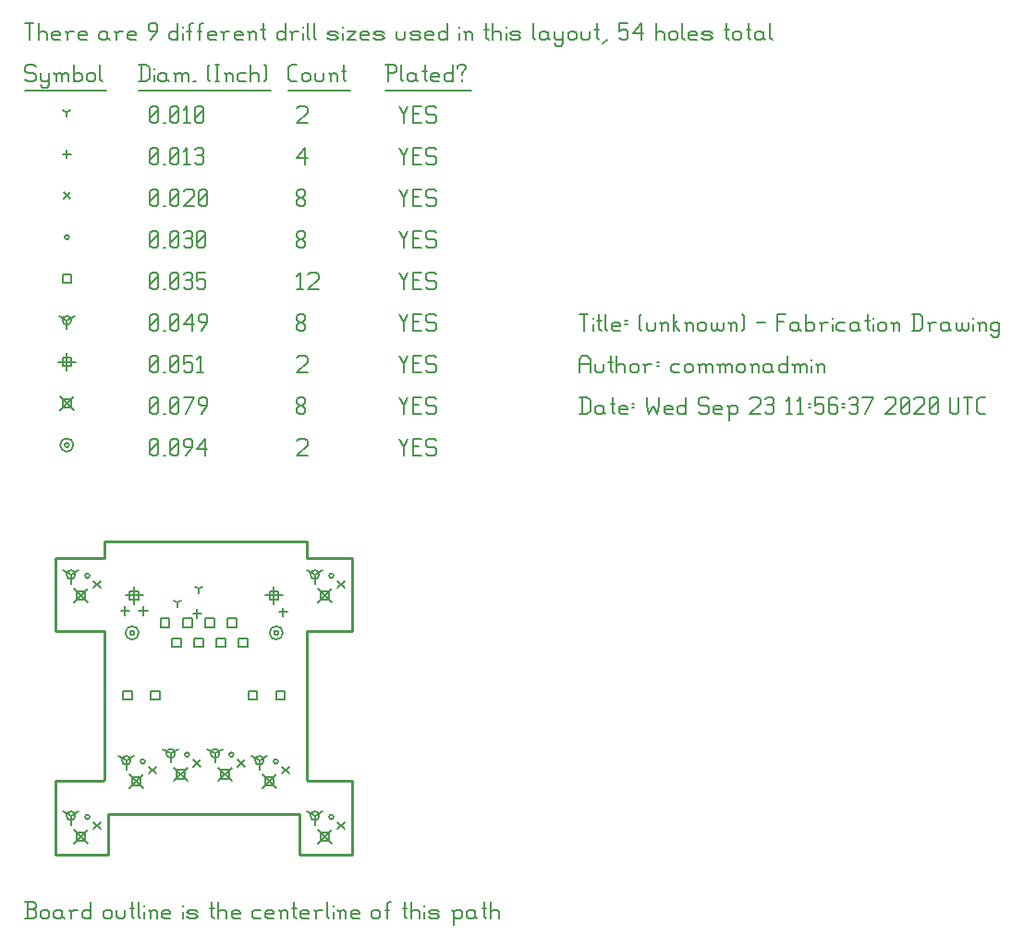
<source format=gbr>
G04 start of page 14 for group -3984 idx -3984 *
G04 Title: (unknown), fab *
G04 Creator: pcb 4.2.0 *
G04 CreationDate: Wed Sep 23 11:56:37 2020 UTC *
G04 For: commonadmin *
G04 Format: Gerber/RS-274X *
G04 PCB-Dimensions (mil): 1250.00 1500.00 *
G04 PCB-Coordinate-Origin: lower left *
%MOIN*%
%FSLAX25Y25*%
%LNFAB*%
%ADD117C,0.0100*%
%ADD116C,0.0075*%
%ADD115C,0.0060*%
%ADD114C,0.0080*%
G54D114*X37731Y93500D02*G75*G03X39331Y93500I800J0D01*G01*
G75*G03X37731Y93500I-800J0D01*G01*
X36131D02*G75*G03X40931Y93500I2400J0D01*G01*
G75*G03X36131Y93500I-2400J0D01*G01*
X89700D02*G75*G03X91300Y93500I800J0D01*G01*
G75*G03X89700Y93500I-800J0D01*G01*
X88100D02*G75*G03X92900Y93500I2400J0D01*G01*
G75*G03X88100Y93500I-2400J0D01*G01*
X14200Y161250D02*G75*G03X15800Y161250I800J0D01*G01*
G75*G03X14200Y161250I-800J0D01*G01*
X12600D02*G75*G03X17400Y161250I2400J0D01*G01*
G75*G03X12600Y161250I-2400J0D01*G01*
G54D115*X135000Y163500D02*X136500Y160500D01*
X138000Y163500D01*
X136500Y160500D02*Y157500D01*
X139800Y160800D02*X142050D01*
X139800Y157500D02*X142800D01*
X139800Y163500D02*Y157500D01*
Y163500D02*X142800D01*
X147600D02*X148350Y162750D01*
X145350Y163500D02*X147600D01*
X144600Y162750D02*X145350Y163500D01*
X144600Y162750D02*Y161250D01*
X145350Y160500D01*
X147600D01*
X148350Y159750D01*
Y158250D01*
X147600Y157500D02*X148350Y158250D01*
X145350Y157500D02*X147600D01*
X144600Y158250D02*X145350Y157500D01*
X98000Y162750D02*X98750Y163500D01*
X101000D01*
X101750Y162750D01*
Y161250D01*
X98000Y157500D02*X101750Y161250D01*
X98000Y157500D02*X101750D01*
X45000Y158250D02*X45750Y157500D01*
X45000Y162750D02*Y158250D01*
Y162750D02*X45750Y163500D01*
X47250D01*
X48000Y162750D01*
Y158250D01*
X47250Y157500D02*X48000Y158250D01*
X45750Y157500D02*X47250D01*
X45000Y159000D02*X48000Y162000D01*
X49800Y157500D02*X50550D01*
X52350Y158250D02*X53100Y157500D01*
X52350Y162750D02*Y158250D01*
Y162750D02*X53100Y163500D01*
X54600D01*
X55350Y162750D01*
Y158250D01*
X54600Y157500D02*X55350Y158250D01*
X53100Y157500D02*X54600D01*
X52350Y159000D02*X55350Y162000D01*
X57900Y157500D02*X60150Y160500D01*
Y162750D02*Y160500D01*
X59400Y163500D02*X60150Y162750D01*
X57900Y163500D02*X59400D01*
X57150Y162750D02*X57900Y163500D01*
X57150Y162750D02*Y161250D01*
X57900Y160500D01*
X60150D01*
X61950Y159750D02*X64950Y163500D01*
X61950Y159750D02*X65700D01*
X64950Y163500D02*Y157500D01*
X17600Y22400D02*X22400Y17600D01*
X17600D02*X22400Y22400D01*
X18400Y21600D02*X21600D01*
X18400D02*Y18400D01*
X21600D01*
Y21600D02*Y18400D01*
X105600Y22400D02*X110400Y17600D01*
X105600D02*X110400Y22400D01*
X106400Y21600D02*X109600D01*
X106400D02*Y18400D01*
X109600D01*
Y21600D02*Y18400D01*
X69600Y44900D02*X74400Y40100D01*
X69600D02*X74400Y44900D01*
X70400Y44100D02*X73600D01*
X70400D02*Y40900D01*
X73600D01*
Y44100D02*Y40900D01*
X85600Y42400D02*X90400Y37600D01*
X85600D02*X90400Y42400D01*
X86400Y41600D02*X89600D01*
X86400D02*Y38400D01*
X89600D01*
Y41600D02*Y38400D01*
X53600Y44900D02*X58400Y40100D01*
X53600D02*X58400Y44900D01*
X54400Y44100D02*X57600D01*
X54400D02*Y40900D01*
X57600D01*
Y44100D02*Y40900D01*
X37600Y42400D02*X42400Y37600D01*
X37600D02*X42400Y42400D01*
X38400Y41600D02*X41600D01*
X38400D02*Y38400D01*
X41600D01*
Y41600D02*Y38400D01*
X105600Y109400D02*X110400Y104600D01*
X105600D02*X110400Y109400D01*
X106400Y108600D02*X109600D01*
X106400D02*Y105400D01*
X109600D01*
Y108600D02*Y105400D01*
X17600Y109400D02*X22400Y104600D01*
X17600D02*X22400Y109400D01*
X18400Y108600D02*X21600D01*
X18400D02*Y105400D01*
X21600D01*
Y108600D02*Y105400D01*
X12600Y178650D02*X17400Y173850D01*
X12600D02*X17400Y178650D01*
X13400Y177850D02*X16600D01*
X13400D02*Y174650D01*
X16600D01*
Y177850D02*Y174650D01*
X135000Y178500D02*X136500Y175500D01*
X138000Y178500D01*
X136500Y175500D02*Y172500D01*
X139800Y175800D02*X142050D01*
X139800Y172500D02*X142800D01*
X139800Y178500D02*Y172500D01*
Y178500D02*X142800D01*
X147600D02*X148350Y177750D01*
X145350Y178500D02*X147600D01*
X144600Y177750D02*X145350Y178500D01*
X144600Y177750D02*Y176250D01*
X145350Y175500D01*
X147600D01*
X148350Y174750D01*
Y173250D01*
X147600Y172500D02*X148350Y173250D01*
X145350Y172500D02*X147600D01*
X144600Y173250D02*X145350Y172500D01*
X98000Y173250D02*X98750Y172500D01*
X98000Y174450D02*Y173250D01*
Y174450D02*X99050Y175500D01*
X99950D01*
X101000Y174450D01*
Y173250D01*
X100250Y172500D02*X101000Y173250D01*
X98750Y172500D02*X100250D01*
X98000Y176550D02*X99050Y175500D01*
X98000Y177750D02*Y176550D01*
Y177750D02*X98750Y178500D01*
X100250D01*
X101000Y177750D01*
Y176550D01*
X99950Y175500D02*X101000Y176550D01*
X45000Y173250D02*X45750Y172500D01*
X45000Y177750D02*Y173250D01*
Y177750D02*X45750Y178500D01*
X47250D01*
X48000Y177750D01*
Y173250D01*
X47250Y172500D02*X48000Y173250D01*
X45750Y172500D02*X47250D01*
X45000Y174000D02*X48000Y177000D01*
X49800Y172500D02*X50550D01*
X52350Y173250D02*X53100Y172500D01*
X52350Y177750D02*Y173250D01*
Y177750D02*X53100Y178500D01*
X54600D01*
X55350Y177750D01*
Y173250D01*
X54600Y172500D02*X55350Y173250D01*
X53100Y172500D02*X54600D01*
X52350Y174000D02*X55350Y177000D01*
X57900Y172500D02*X60900Y178500D01*
X57150D02*X60900D01*
X63450Y172500D02*X65700Y175500D01*
Y177750D02*Y175500D01*
X64950Y178500D02*X65700Y177750D01*
X63450Y178500D02*X64950D01*
X62700Y177750D02*X63450Y178500D01*
X62700Y177750D02*Y176250D01*
X63450Y175500D01*
X65700D01*
X89713Y110204D02*Y103804D01*
X86513Y107004D02*X92913D01*
X88113Y108604D02*X91313D01*
X88113D02*Y105404D01*
X91313D01*
Y108604D02*Y105404D01*
X39319Y110204D02*Y103804D01*
X36119Y107004D02*X42519D01*
X37719Y108604D02*X40919D01*
X37719D02*Y105404D01*
X40919D01*
Y108604D02*Y105404D01*
X15000Y194450D02*Y188050D01*
X11800Y191250D02*X18200D01*
X13400Y192850D02*X16600D01*
X13400D02*Y189650D01*
X16600D01*
Y192850D02*Y189650D01*
X135000Y193500D02*X136500Y190500D01*
X138000Y193500D01*
X136500Y190500D02*Y187500D01*
X139800Y190800D02*X142050D01*
X139800Y187500D02*X142800D01*
X139800Y193500D02*Y187500D01*
Y193500D02*X142800D01*
X147600D02*X148350Y192750D01*
X145350Y193500D02*X147600D01*
X144600Y192750D02*X145350Y193500D01*
X144600Y192750D02*Y191250D01*
X145350Y190500D01*
X147600D01*
X148350Y189750D01*
Y188250D01*
X147600Y187500D02*X148350Y188250D01*
X145350Y187500D02*X147600D01*
X144600Y188250D02*X145350Y187500D01*
X98000Y192750D02*X98750Y193500D01*
X101000D01*
X101750Y192750D01*
Y191250D01*
X98000Y187500D02*X101750Y191250D01*
X98000Y187500D02*X101750D01*
X45000Y188250D02*X45750Y187500D01*
X45000Y192750D02*Y188250D01*
Y192750D02*X45750Y193500D01*
X47250D01*
X48000Y192750D01*
Y188250D01*
X47250Y187500D02*X48000Y188250D01*
X45750Y187500D02*X47250D01*
X45000Y189000D02*X48000Y192000D01*
X49800Y187500D02*X50550D01*
X52350Y188250D02*X53100Y187500D01*
X52350Y192750D02*Y188250D01*
Y192750D02*X53100Y193500D01*
X54600D01*
X55350Y192750D01*
Y188250D01*
X54600Y187500D02*X55350Y188250D01*
X53100Y187500D02*X54600D01*
X52350Y189000D02*X55350Y192000D01*
X57150Y193500D02*X60150D01*
X57150D02*Y190500D01*
X57900Y191250D01*
X59400D01*
X60150Y190500D01*
Y188250D01*
X59400Y187500D02*X60150Y188250D01*
X57900Y187500D02*X59400D01*
X57150Y188250D02*X57900Y187500D01*
X61950Y192300D02*X63150Y193500D01*
Y187500D01*
X61950D02*X64200D01*
X16457Y27480D02*Y24280D01*
Y27480D02*X19230Y29080D01*
X16457Y27480D02*X13683Y29080D01*
X14857Y27480D02*G75*G03X18057Y27480I1600J0D01*G01*
G75*G03X14857Y27480I-1600J0D01*G01*
X104457D02*Y24280D01*
Y27480D02*X107230Y29080D01*
X104457Y27480D02*X101683Y29080D01*
X102857Y27480D02*G75*G03X106057Y27480I1600J0D01*G01*
G75*G03X102857Y27480I-1600J0D01*G01*
X68457Y49980D02*Y46780D01*
Y49980D02*X71230Y51580D01*
X68457Y49980D02*X65683Y51580D01*
X66857Y49980D02*G75*G03X70057Y49980I1600J0D01*G01*
G75*G03X66857Y49980I-1600J0D01*G01*
X84457Y47480D02*Y44280D01*
Y47480D02*X87230Y49080D01*
X84457Y47480D02*X81683Y49080D01*
X82857Y47480D02*G75*G03X86057Y47480I1600J0D01*G01*
G75*G03X82857Y47480I-1600J0D01*G01*
X52457Y49980D02*Y46780D01*
Y49980D02*X55230Y51580D01*
X52457Y49980D02*X49683Y51580D01*
X50857Y49980D02*G75*G03X54057Y49980I1600J0D01*G01*
G75*G03X50857Y49980I-1600J0D01*G01*
X36457Y47480D02*Y44280D01*
Y47480D02*X39230Y49080D01*
X36457Y47480D02*X33683Y49080D01*
X34857Y47480D02*G75*G03X38057Y47480I1600J0D01*G01*
G75*G03X34857Y47480I-1600J0D01*G01*
X104457Y114480D02*Y111280D01*
Y114480D02*X107230Y116080D01*
X104457Y114480D02*X101683Y116080D01*
X102857Y114480D02*G75*G03X106057Y114480I1600J0D01*G01*
G75*G03X102857Y114480I-1600J0D01*G01*
X16457D02*Y111280D01*
Y114480D02*X19230Y116080D01*
X16457Y114480D02*X13683Y116080D01*
X14857Y114480D02*G75*G03X18057Y114480I1600J0D01*G01*
G75*G03X14857Y114480I-1600J0D01*G01*
X15000Y206250D02*Y203050D01*
Y206250D02*X17773Y207850D01*
X15000Y206250D02*X12227Y207850D01*
X13400Y206250D02*G75*G03X16600Y206250I1600J0D01*G01*
G75*G03X13400Y206250I-1600J0D01*G01*
X135000Y208500D02*X136500Y205500D01*
X138000Y208500D01*
X136500Y205500D02*Y202500D01*
X139800Y205800D02*X142050D01*
X139800Y202500D02*X142800D01*
X139800Y208500D02*Y202500D01*
Y208500D02*X142800D01*
X147600D02*X148350Y207750D01*
X145350Y208500D02*X147600D01*
X144600Y207750D02*X145350Y208500D01*
X144600Y207750D02*Y206250D01*
X145350Y205500D01*
X147600D01*
X148350Y204750D01*
Y203250D01*
X147600Y202500D02*X148350Y203250D01*
X145350Y202500D02*X147600D01*
X144600Y203250D02*X145350Y202500D01*
X98000Y203250D02*X98750Y202500D01*
X98000Y204450D02*Y203250D01*
Y204450D02*X99050Y205500D01*
X99950D01*
X101000Y204450D01*
Y203250D01*
X100250Y202500D02*X101000Y203250D01*
X98750Y202500D02*X100250D01*
X98000Y206550D02*X99050Y205500D01*
X98000Y207750D02*Y206550D01*
Y207750D02*X98750Y208500D01*
X100250D01*
X101000Y207750D01*
Y206550D01*
X99950Y205500D02*X101000Y206550D01*
X45000Y203250D02*X45750Y202500D01*
X45000Y207750D02*Y203250D01*
Y207750D02*X45750Y208500D01*
X47250D01*
X48000Y207750D01*
Y203250D01*
X47250Y202500D02*X48000Y203250D01*
X45750Y202500D02*X47250D01*
X45000Y204000D02*X48000Y207000D01*
X49800Y202500D02*X50550D01*
X52350Y203250D02*X53100Y202500D01*
X52350Y207750D02*Y203250D01*
Y207750D02*X53100Y208500D01*
X54600D01*
X55350Y207750D01*
Y203250D01*
X54600Y202500D02*X55350Y203250D01*
X53100Y202500D02*X54600D01*
X52350Y204000D02*X55350Y207000D01*
X57150Y204750D02*X60150Y208500D01*
X57150Y204750D02*X60900D01*
X60150Y208500D02*Y202500D01*
X63450D02*X65700Y205500D01*
Y207750D02*Y205500D01*
X64950Y208500D02*X65700Y207750D01*
X63450Y208500D02*X64950D01*
X62700Y207750D02*X63450Y208500D01*
X62700Y207750D02*Y206250D01*
X63450Y205500D01*
X65700D01*
X80435Y72620D02*X83635D01*
X80435D02*Y69420D01*
X83635D01*
Y72620D02*Y69420D01*
X90475Y72620D02*X93675D01*
X90475D02*Y69420D01*
X93675D01*
Y72620D02*Y69420D01*
X64924Y98643D02*X68124D01*
X64924D02*Y95443D01*
X68124D01*
Y98643D02*Y95443D01*
X72955Y98643D02*X76155D01*
X72955D02*Y95443D01*
X76155D01*
Y98643D02*Y95443D01*
X56892Y98643D02*X60092D01*
X56892D02*Y95443D01*
X60092D01*
Y98643D02*Y95443D01*
X48861Y98643D02*X52061D01*
X48861D02*Y95443D01*
X52061D01*
Y98643D02*Y95443D01*
X60908Y91557D02*X64108D01*
X60908D02*Y88357D01*
X64108D01*
Y91557D02*Y88357D01*
X52876Y91557D02*X56076D01*
X52876D02*Y88357D01*
X56076D01*
Y91557D02*Y88357D01*
X68939Y91557D02*X72139D01*
X68939D02*Y88357D01*
X72139D01*
Y91557D02*Y88357D01*
X76971Y91557D02*X80171D01*
X76971D02*Y88357D01*
X80171D01*
Y91557D02*Y88357D01*
X35357Y72620D02*X38557D01*
X35357D02*Y69420D01*
X38557D01*
Y72620D02*Y69420D01*
X45396Y72620D02*X48596D01*
X45396D02*Y69420D01*
X48596D01*
Y72620D02*Y69420D01*
X13400Y222850D02*X16600D01*
X13400D02*Y219650D01*
X16600D01*
Y222850D02*Y219650D01*
X135000Y223500D02*X136500Y220500D01*
X138000Y223500D01*
X136500Y220500D02*Y217500D01*
X139800Y220800D02*X142050D01*
X139800Y217500D02*X142800D01*
X139800Y223500D02*Y217500D01*
Y223500D02*X142800D01*
X147600D02*X148350Y222750D01*
X145350Y223500D02*X147600D01*
X144600Y222750D02*X145350Y223500D01*
X144600Y222750D02*Y221250D01*
X145350Y220500D01*
X147600D01*
X148350Y219750D01*
Y218250D01*
X147600Y217500D02*X148350Y218250D01*
X145350Y217500D02*X147600D01*
X144600Y218250D02*X145350Y217500D01*
X98000Y222300D02*X99200Y223500D01*
Y217500D01*
X98000D02*X100250D01*
X102050Y222750D02*X102800Y223500D01*
X105050D01*
X105800Y222750D01*
Y221250D01*
X102050Y217500D02*X105800Y221250D01*
X102050Y217500D02*X105800D01*
X45000Y218250D02*X45750Y217500D01*
X45000Y222750D02*Y218250D01*
Y222750D02*X45750Y223500D01*
X47250D01*
X48000Y222750D01*
Y218250D01*
X47250Y217500D02*X48000Y218250D01*
X45750Y217500D02*X47250D01*
X45000Y219000D02*X48000Y222000D01*
X49800Y217500D02*X50550D01*
X52350Y218250D02*X53100Y217500D01*
X52350Y222750D02*Y218250D01*
Y222750D02*X53100Y223500D01*
X54600D01*
X55350Y222750D01*
Y218250D01*
X54600Y217500D02*X55350Y218250D01*
X53100Y217500D02*X54600D01*
X52350Y219000D02*X55350Y222000D01*
X57150Y222750D02*X57900Y223500D01*
X59400D01*
X60150Y222750D01*
X59400Y217500D02*X60150Y218250D01*
X57900Y217500D02*X59400D01*
X57150Y218250D02*X57900Y217500D01*
Y220800D02*X59400D01*
X60150Y222750D02*Y221550D01*
Y220050D02*Y218250D01*
Y220050D02*X59400Y220800D01*
X60150Y221550D02*X59400Y220800D01*
X61950Y223500D02*X64950D01*
X61950D02*Y220500D01*
X62700Y221250D01*
X64200D01*
X64950Y220500D01*
Y218250D01*
X64200Y217500D02*X64950Y218250D01*
X62700Y217500D02*X64200D01*
X61950Y218250D02*X62700Y217500D01*
X21562Y27087D02*G75*G03X23162Y27087I800J0D01*G01*
G75*G03X21562Y27087I-800J0D01*G01*
X109562D02*G75*G03X111162Y27087I800J0D01*G01*
G75*G03X109562Y27087I-800J0D01*G01*
X73562Y49587D02*G75*G03X75162Y49587I800J0D01*G01*
G75*G03X73562Y49587I-800J0D01*G01*
X89562Y47087D02*G75*G03X91162Y47087I800J0D01*G01*
G75*G03X89562Y47087I-800J0D01*G01*
X57562Y49587D02*G75*G03X59162Y49587I800J0D01*G01*
G75*G03X57562Y49587I-800J0D01*G01*
X41562Y47087D02*G75*G03X43162Y47087I800J0D01*G01*
G75*G03X41562Y47087I-800J0D01*G01*
X109562Y114087D02*G75*G03X111162Y114087I800J0D01*G01*
G75*G03X109562Y114087I-800J0D01*G01*
X21562D02*G75*G03X23162Y114087I800J0D01*G01*
G75*G03X21562Y114087I-800J0D01*G01*
X14200Y236250D02*G75*G03X15800Y236250I800J0D01*G01*
G75*G03X14200Y236250I-800J0D01*G01*
X135000Y238500D02*X136500Y235500D01*
X138000Y238500D01*
X136500Y235500D02*Y232500D01*
X139800Y235800D02*X142050D01*
X139800Y232500D02*X142800D01*
X139800Y238500D02*Y232500D01*
Y238500D02*X142800D01*
X147600D02*X148350Y237750D01*
X145350Y238500D02*X147600D01*
X144600Y237750D02*X145350Y238500D01*
X144600Y237750D02*Y236250D01*
X145350Y235500D01*
X147600D01*
X148350Y234750D01*
Y233250D01*
X147600Y232500D02*X148350Y233250D01*
X145350Y232500D02*X147600D01*
X144600Y233250D02*X145350Y232500D01*
X98000Y233250D02*X98750Y232500D01*
X98000Y234450D02*Y233250D01*
Y234450D02*X99050Y235500D01*
X99950D01*
X101000Y234450D01*
Y233250D01*
X100250Y232500D02*X101000Y233250D01*
X98750Y232500D02*X100250D01*
X98000Y236550D02*X99050Y235500D01*
X98000Y237750D02*Y236550D01*
Y237750D02*X98750Y238500D01*
X100250D01*
X101000Y237750D01*
Y236550D01*
X99950Y235500D02*X101000Y236550D01*
X45000Y233250D02*X45750Y232500D01*
X45000Y237750D02*Y233250D01*
Y237750D02*X45750Y238500D01*
X47250D01*
X48000Y237750D01*
Y233250D01*
X47250Y232500D02*X48000Y233250D01*
X45750Y232500D02*X47250D01*
X45000Y234000D02*X48000Y237000D01*
X49800Y232500D02*X50550D01*
X52350Y233250D02*X53100Y232500D01*
X52350Y237750D02*Y233250D01*
Y237750D02*X53100Y238500D01*
X54600D01*
X55350Y237750D01*
Y233250D01*
X54600Y232500D02*X55350Y233250D01*
X53100Y232500D02*X54600D01*
X52350Y234000D02*X55350Y237000D01*
X57150Y237750D02*X57900Y238500D01*
X59400D01*
X60150Y237750D01*
X59400Y232500D02*X60150Y233250D01*
X57900Y232500D02*X59400D01*
X57150Y233250D02*X57900Y232500D01*
Y235800D02*X59400D01*
X60150Y237750D02*Y236550D01*
Y235050D02*Y233250D01*
Y235050D02*X59400Y235800D01*
X60150Y236550D02*X59400Y235800D01*
X61950Y233250D02*X62700Y232500D01*
X61950Y237750D02*Y233250D01*
Y237750D02*X62700Y238500D01*
X64200D01*
X64950Y237750D01*
Y233250D01*
X64200Y232500D02*X64950Y233250D01*
X62700Y232500D02*X64200D01*
X61950Y234000D02*X64950Y237000D01*
X24706Y25137D02*X27106Y22737D01*
X24706D02*X27106Y25137D01*
X112706D02*X115106Y22737D01*
X112706D02*X115106Y25137D01*
X76706Y47637D02*X79106Y45237D01*
X76706D02*X79106Y47637D01*
X92706Y45137D02*X95106Y42737D01*
X92706D02*X95106Y45137D01*
X60706Y47637D02*X63106Y45237D01*
X60706D02*X63106Y47637D01*
X44706Y45137D02*X47106Y42737D01*
X44706D02*X47106Y45137D01*
X112706Y112137D02*X115106Y109737D01*
X112706D02*X115106Y112137D01*
X24706D02*X27106Y109737D01*
X24706D02*X27106Y112137D01*
X13800Y252450D02*X16200Y250050D01*
X13800D02*X16200Y252450D01*
X135000Y253500D02*X136500Y250500D01*
X138000Y253500D01*
X136500Y250500D02*Y247500D01*
X139800Y250800D02*X142050D01*
X139800Y247500D02*X142800D01*
X139800Y253500D02*Y247500D01*
Y253500D02*X142800D01*
X147600D02*X148350Y252750D01*
X145350Y253500D02*X147600D01*
X144600Y252750D02*X145350Y253500D01*
X144600Y252750D02*Y251250D01*
X145350Y250500D01*
X147600D01*
X148350Y249750D01*
Y248250D01*
X147600Y247500D02*X148350Y248250D01*
X145350Y247500D02*X147600D01*
X144600Y248250D02*X145350Y247500D01*
X98000Y248250D02*X98750Y247500D01*
X98000Y249450D02*Y248250D01*
Y249450D02*X99050Y250500D01*
X99950D01*
X101000Y249450D01*
Y248250D01*
X100250Y247500D02*X101000Y248250D01*
X98750Y247500D02*X100250D01*
X98000Y251550D02*X99050Y250500D01*
X98000Y252750D02*Y251550D01*
Y252750D02*X98750Y253500D01*
X100250D01*
X101000Y252750D01*
Y251550D01*
X99950Y250500D02*X101000Y251550D01*
X45000Y248250D02*X45750Y247500D01*
X45000Y252750D02*Y248250D01*
Y252750D02*X45750Y253500D01*
X47250D01*
X48000Y252750D01*
Y248250D01*
X47250Y247500D02*X48000Y248250D01*
X45750Y247500D02*X47250D01*
X45000Y249000D02*X48000Y252000D01*
X49800Y247500D02*X50550D01*
X52350Y248250D02*X53100Y247500D01*
X52350Y252750D02*Y248250D01*
Y252750D02*X53100Y253500D01*
X54600D01*
X55350Y252750D01*
Y248250D01*
X54600Y247500D02*X55350Y248250D01*
X53100Y247500D02*X54600D01*
X52350Y249000D02*X55350Y252000D01*
X57150Y252750D02*X57900Y253500D01*
X60150D01*
X60900Y252750D01*
Y251250D01*
X57150Y247500D02*X60900Y251250D01*
X57150Y247500D02*X60900D01*
X62700Y248250D02*X63450Y247500D01*
X62700Y252750D02*Y248250D01*
Y252750D02*X63450Y253500D01*
X64950D01*
X65700Y252750D01*
Y248250D01*
X64950Y247500D02*X65700Y248250D01*
X63450Y247500D02*X64950D01*
X62700Y249000D02*X65700Y252000D01*
X42500Y103100D02*Y99900D01*
X40900Y101500D02*X44100D01*
X36000Y103100D02*Y99900D01*
X34400Y101500D02*X37600D01*
X62000Y102100D02*Y98900D01*
X60400Y100500D02*X63600D01*
X93000Y102600D02*Y99400D01*
X91400Y101000D02*X94600D01*
X15000Y267850D02*Y264650D01*
X13400Y266250D02*X16600D01*
X135000Y268500D02*X136500Y265500D01*
X138000Y268500D01*
X136500Y265500D02*Y262500D01*
X139800Y265800D02*X142050D01*
X139800Y262500D02*X142800D01*
X139800Y268500D02*Y262500D01*
Y268500D02*X142800D01*
X147600D02*X148350Y267750D01*
X145350Y268500D02*X147600D01*
X144600Y267750D02*X145350Y268500D01*
X144600Y267750D02*Y266250D01*
X145350Y265500D01*
X147600D01*
X148350Y264750D01*
Y263250D01*
X147600Y262500D02*X148350Y263250D01*
X145350Y262500D02*X147600D01*
X144600Y263250D02*X145350Y262500D01*
X98000Y264750D02*X101000Y268500D01*
X98000Y264750D02*X101750D01*
X101000Y268500D02*Y262500D01*
X45000Y263250D02*X45750Y262500D01*
X45000Y267750D02*Y263250D01*
Y267750D02*X45750Y268500D01*
X47250D01*
X48000Y267750D01*
Y263250D01*
X47250Y262500D02*X48000Y263250D01*
X45750Y262500D02*X47250D01*
X45000Y264000D02*X48000Y267000D01*
X49800Y262500D02*X50550D01*
X52350Y263250D02*X53100Y262500D01*
X52350Y267750D02*Y263250D01*
Y267750D02*X53100Y268500D01*
X54600D01*
X55350Y267750D01*
Y263250D01*
X54600Y262500D02*X55350Y263250D01*
X53100Y262500D02*X54600D01*
X52350Y264000D02*X55350Y267000D01*
X57150Y267300D02*X58350Y268500D01*
Y262500D01*
X57150D02*X59400D01*
X61200Y267750D02*X61950Y268500D01*
X63450D01*
X64200Y267750D01*
X63450Y262500D02*X64200Y263250D01*
X61950Y262500D02*X63450D01*
X61200Y263250D02*X61950Y262500D01*
Y265800D02*X63450D01*
X64200Y267750D02*Y266550D01*
Y265050D02*Y263250D01*
Y265050D02*X63450Y265800D01*
X64200Y266550D02*X63450Y265800D01*
X55000Y104500D02*Y102900D01*
Y104500D02*X56387Y105300D01*
X55000Y104500D02*X53613Y105300D01*
X62500Y109500D02*Y107900D01*
Y109500D02*X63887Y110300D01*
X62500Y109500D02*X61113Y110300D01*
X15000Y281250D02*Y279650D01*
Y281250D02*X16387Y282050D01*
X15000Y281250D02*X13613Y282050D01*
X135000Y283500D02*X136500Y280500D01*
X138000Y283500D01*
X136500Y280500D02*Y277500D01*
X139800Y280800D02*X142050D01*
X139800Y277500D02*X142800D01*
X139800Y283500D02*Y277500D01*
Y283500D02*X142800D01*
X147600D02*X148350Y282750D01*
X145350Y283500D02*X147600D01*
X144600Y282750D02*X145350Y283500D01*
X144600Y282750D02*Y281250D01*
X145350Y280500D01*
X147600D01*
X148350Y279750D01*
Y278250D01*
X147600Y277500D02*X148350Y278250D01*
X145350Y277500D02*X147600D01*
X144600Y278250D02*X145350Y277500D01*
X98000Y282750D02*X98750Y283500D01*
X101000D01*
X101750Y282750D01*
Y281250D01*
X98000Y277500D02*X101750Y281250D01*
X98000Y277500D02*X101750D01*
X45000Y278250D02*X45750Y277500D01*
X45000Y282750D02*Y278250D01*
Y282750D02*X45750Y283500D01*
X47250D01*
X48000Y282750D01*
Y278250D01*
X47250Y277500D02*X48000Y278250D01*
X45750Y277500D02*X47250D01*
X45000Y279000D02*X48000Y282000D01*
X49800Y277500D02*X50550D01*
X52350Y278250D02*X53100Y277500D01*
X52350Y282750D02*Y278250D01*
Y282750D02*X53100Y283500D01*
X54600D01*
X55350Y282750D01*
Y278250D01*
X54600Y277500D02*X55350Y278250D01*
X53100Y277500D02*X54600D01*
X52350Y279000D02*X55350Y282000D01*
X57150Y282300D02*X58350Y283500D01*
Y277500D01*
X57150D02*X59400D01*
X61200Y278250D02*X61950Y277500D01*
X61200Y282750D02*Y278250D01*
Y282750D02*X61950Y283500D01*
X63450D01*
X64200Y282750D01*
Y278250D01*
X63450Y277500D02*X64200Y278250D01*
X61950Y277500D02*X63450D01*
X61200Y279000D02*X64200Y282000D01*
X3000Y298500D02*X3750Y297750D01*
X750Y298500D02*X3000D01*
X0Y297750D02*X750Y298500D01*
X0Y297750D02*Y296250D01*
X750Y295500D01*
X3000D01*
X3750Y294750D01*
Y293250D01*
X3000Y292500D02*X3750Y293250D01*
X750Y292500D02*X3000D01*
X0Y293250D02*X750Y292500D01*
X5550Y295500D02*Y293250D01*
X6300Y292500D01*
X8550Y295500D02*Y291000D01*
X7800Y290250D02*X8550Y291000D01*
X6300Y290250D02*X7800D01*
X5550Y291000D02*X6300Y290250D01*
Y292500D02*X7800D01*
X8550Y293250D01*
X11100Y294750D02*Y292500D01*
Y294750D02*X11850Y295500D01*
X12600D01*
X13350Y294750D01*
Y292500D01*
Y294750D02*X14100Y295500D01*
X14850D01*
X15600Y294750D01*
Y292500D01*
X10350Y295500D02*X11100Y294750D01*
X17400Y298500D02*Y292500D01*
Y293250D02*X18150Y292500D01*
X19650D01*
X20400Y293250D01*
Y294750D02*Y293250D01*
X19650Y295500D02*X20400Y294750D01*
X18150Y295500D02*X19650D01*
X17400Y294750D02*X18150Y295500D01*
X22200Y294750D02*Y293250D01*
Y294750D02*X22950Y295500D01*
X24450D01*
X25200Y294750D01*
Y293250D01*
X24450Y292500D02*X25200Y293250D01*
X22950Y292500D02*X24450D01*
X22200Y293250D02*X22950Y292500D01*
X27000Y298500D02*Y293250D01*
X27750Y292500D01*
X0Y289250D02*X29250D01*
X41750Y298500D02*Y292500D01*
X43700Y298500D02*X44750Y297450D01*
Y293550D01*
X43700Y292500D02*X44750Y293550D01*
X41000Y292500D02*X43700D01*
X41000Y298500D02*X43700D01*
G54D116*X46550Y297000D02*Y296850D01*
G54D115*Y294750D02*Y292500D01*
X50300Y295500D02*X51050Y294750D01*
X48800Y295500D02*X50300D01*
X48050Y294750D02*X48800Y295500D01*
X48050Y294750D02*Y293250D01*
X48800Y292500D01*
X51050Y295500D02*Y293250D01*
X51800Y292500D01*
X48800D02*X50300D01*
X51050Y293250D01*
X54350Y294750D02*Y292500D01*
Y294750D02*X55100Y295500D01*
X55850D01*
X56600Y294750D01*
Y292500D01*
Y294750D02*X57350Y295500D01*
X58100D01*
X58850Y294750D01*
Y292500D01*
X53600Y295500D02*X54350Y294750D01*
X60650Y292500D02*X61400D01*
X65900Y293250D02*X66650Y292500D01*
X65900Y297750D02*X66650Y298500D01*
X65900Y297750D02*Y293250D01*
X68450Y298500D02*X69950D01*
X69200D02*Y292500D01*
X68450D02*X69950D01*
X72500Y294750D02*Y292500D01*
Y294750D02*X73250Y295500D01*
X74000D01*
X74750Y294750D01*
Y292500D01*
X71750Y295500D02*X72500Y294750D01*
X77300Y295500D02*X79550D01*
X76550Y294750D02*X77300Y295500D01*
X76550Y294750D02*Y293250D01*
X77300Y292500D01*
X79550D01*
X81350Y298500D02*Y292500D01*
Y294750D02*X82100Y295500D01*
X83600D01*
X84350Y294750D01*
Y292500D01*
X86150Y298500D02*X86900Y297750D01*
Y293250D01*
X86150Y292500D02*X86900Y293250D01*
X41000Y289250D02*X88700D01*
X96050Y292500D02*X98000D01*
X95000Y293550D02*X96050Y292500D01*
X95000Y297450D02*Y293550D01*
Y297450D02*X96050Y298500D01*
X98000D01*
X99800Y294750D02*Y293250D01*
Y294750D02*X100550Y295500D01*
X102050D01*
X102800Y294750D01*
Y293250D01*
X102050Y292500D02*X102800Y293250D01*
X100550Y292500D02*X102050D01*
X99800Y293250D02*X100550Y292500D01*
X104600Y295500D02*Y293250D01*
X105350Y292500D01*
X106850D01*
X107600Y293250D01*
Y295500D02*Y293250D01*
X110150Y294750D02*Y292500D01*
Y294750D02*X110900Y295500D01*
X111650D01*
X112400Y294750D01*
Y292500D01*
X109400Y295500D02*X110150Y294750D01*
X114950Y298500D02*Y293250D01*
X115700Y292500D01*
X114200Y296250D02*X115700D01*
X95000Y289250D02*X117200D01*
X130750Y298500D02*Y292500D01*
X130000Y298500D02*X133000D01*
X133750Y297750D01*
Y296250D01*
X133000Y295500D02*X133750Y296250D01*
X130750Y295500D02*X133000D01*
X135550Y298500D02*Y293250D01*
X136300Y292500D01*
X140050Y295500D02*X140800Y294750D01*
X138550Y295500D02*X140050D01*
X137800Y294750D02*X138550Y295500D01*
X137800Y294750D02*Y293250D01*
X138550Y292500D01*
X140800Y295500D02*Y293250D01*
X141550Y292500D01*
X138550D02*X140050D01*
X140800Y293250D01*
X144100Y298500D02*Y293250D01*
X144850Y292500D01*
X143350Y296250D02*X144850D01*
X147100Y292500D02*X149350D01*
X146350Y293250D02*X147100Y292500D01*
X146350Y294750D02*Y293250D01*
Y294750D02*X147100Y295500D01*
X148600D01*
X149350Y294750D01*
X146350Y294000D02*X149350D01*
Y294750D02*Y294000D01*
X154150Y298500D02*Y292500D01*
X153400D02*X154150Y293250D01*
X151900Y292500D02*X153400D01*
X151150Y293250D02*X151900Y292500D01*
X151150Y294750D02*Y293250D01*
Y294750D02*X151900Y295500D01*
X153400D01*
X154150Y294750D01*
X157450Y295500D02*Y294750D01*
Y293250D02*Y292500D01*
X155950Y297750D02*Y297000D01*
Y297750D02*X156700Y298500D01*
X158200D01*
X158950Y297750D01*
Y297000D01*
X157450Y295500D02*X158950Y297000D01*
X130000Y289250D02*X160750D01*
X0Y313500D02*X3000D01*
X1500D02*Y307500D01*
X4800Y313500D02*Y307500D01*
Y309750D02*X5550Y310500D01*
X7050D01*
X7800Y309750D01*
Y307500D01*
X10350D02*X12600D01*
X9600Y308250D02*X10350Y307500D01*
X9600Y309750D02*Y308250D01*
Y309750D02*X10350Y310500D01*
X11850D01*
X12600Y309750D01*
X9600Y309000D02*X12600D01*
Y309750D02*Y309000D01*
X15150Y309750D02*Y307500D01*
Y309750D02*X15900Y310500D01*
X17400D01*
X14400D02*X15150Y309750D01*
X19950Y307500D02*X22200D01*
X19200Y308250D02*X19950Y307500D01*
X19200Y309750D02*Y308250D01*
Y309750D02*X19950Y310500D01*
X21450D01*
X22200Y309750D01*
X19200Y309000D02*X22200D01*
Y309750D02*Y309000D01*
X28950Y310500D02*X29700Y309750D01*
X27450Y310500D02*X28950D01*
X26700Y309750D02*X27450Y310500D01*
X26700Y309750D02*Y308250D01*
X27450Y307500D01*
X29700Y310500D02*Y308250D01*
X30450Y307500D01*
X27450D02*X28950D01*
X29700Y308250D01*
X33000Y309750D02*Y307500D01*
Y309750D02*X33750Y310500D01*
X35250D01*
X32250D02*X33000Y309750D01*
X37800Y307500D02*X40050D01*
X37050Y308250D02*X37800Y307500D01*
X37050Y309750D02*Y308250D01*
Y309750D02*X37800Y310500D01*
X39300D01*
X40050Y309750D01*
X37050Y309000D02*X40050D01*
Y309750D02*Y309000D01*
X45300Y307500D02*X47550Y310500D01*
Y312750D02*Y310500D01*
X46800Y313500D02*X47550Y312750D01*
X45300Y313500D02*X46800D01*
X44550Y312750D02*X45300Y313500D01*
X44550Y312750D02*Y311250D01*
X45300Y310500D01*
X47550D01*
X55050Y313500D02*Y307500D01*
X54300D02*X55050Y308250D01*
X52800Y307500D02*X54300D01*
X52050Y308250D02*X52800Y307500D01*
X52050Y309750D02*Y308250D01*
Y309750D02*X52800Y310500D01*
X54300D01*
X55050Y309750D01*
G54D116*X56850Y312000D02*Y311850D01*
G54D115*Y309750D02*Y307500D01*
X59100Y312750D02*Y307500D01*
Y312750D02*X59850Y313500D01*
X60600D01*
X58350Y310500D02*X59850D01*
X62850Y312750D02*Y307500D01*
Y312750D02*X63600Y313500D01*
X64350D01*
X62100Y310500D02*X63600D01*
X66600Y307500D02*X68850D01*
X65850Y308250D02*X66600Y307500D01*
X65850Y309750D02*Y308250D01*
Y309750D02*X66600Y310500D01*
X68100D01*
X68850Y309750D01*
X65850Y309000D02*X68850D01*
Y309750D02*Y309000D01*
X71400Y309750D02*Y307500D01*
Y309750D02*X72150Y310500D01*
X73650D01*
X70650D02*X71400Y309750D01*
X76200Y307500D02*X78450D01*
X75450Y308250D02*X76200Y307500D01*
X75450Y309750D02*Y308250D01*
Y309750D02*X76200Y310500D01*
X77700D01*
X78450Y309750D01*
X75450Y309000D02*X78450D01*
Y309750D02*Y309000D01*
X81000Y309750D02*Y307500D01*
Y309750D02*X81750Y310500D01*
X82500D01*
X83250Y309750D01*
Y307500D01*
X80250Y310500D02*X81000Y309750D01*
X85800Y313500D02*Y308250D01*
X86550Y307500D01*
X85050Y311250D02*X86550D01*
X93750Y313500D02*Y307500D01*
X93000D02*X93750Y308250D01*
X91500Y307500D02*X93000D01*
X90750Y308250D02*X91500Y307500D01*
X90750Y309750D02*Y308250D01*
Y309750D02*X91500Y310500D01*
X93000D01*
X93750Y309750D01*
X96300D02*Y307500D01*
Y309750D02*X97050Y310500D01*
X98550D01*
X95550D02*X96300Y309750D01*
G54D116*X100350Y312000D02*Y311850D01*
G54D115*Y309750D02*Y307500D01*
X101850Y313500D02*Y308250D01*
X102600Y307500D01*
X104100Y313500D02*Y308250D01*
X104850Y307500D01*
X109800D02*X112050D01*
X112800Y308250D01*
X112050Y309000D02*X112800Y308250D01*
X109800Y309000D02*X112050D01*
X109050Y309750D02*X109800Y309000D01*
X109050Y309750D02*X109800Y310500D01*
X112050D01*
X112800Y309750D01*
X109050Y308250D02*X109800Y307500D01*
G54D116*X114600Y312000D02*Y311850D01*
G54D115*Y309750D02*Y307500D01*
X116100Y310500D02*X119100D01*
X116100Y307500D02*X119100Y310500D01*
X116100Y307500D02*X119100D01*
X121650D02*X123900D01*
X120900Y308250D02*X121650Y307500D01*
X120900Y309750D02*Y308250D01*
Y309750D02*X121650Y310500D01*
X123150D01*
X123900Y309750D01*
X120900Y309000D02*X123900D01*
Y309750D02*Y309000D01*
X126450Y307500D02*X128700D01*
X129450Y308250D01*
X128700Y309000D02*X129450Y308250D01*
X126450Y309000D02*X128700D01*
X125700Y309750D02*X126450Y309000D01*
X125700Y309750D02*X126450Y310500D01*
X128700D01*
X129450Y309750D01*
X125700Y308250D02*X126450Y307500D01*
X133950Y310500D02*Y308250D01*
X134700Y307500D01*
X136200D01*
X136950Y308250D01*
Y310500D02*Y308250D01*
X139500Y307500D02*X141750D01*
X142500Y308250D01*
X141750Y309000D02*X142500Y308250D01*
X139500Y309000D02*X141750D01*
X138750Y309750D02*X139500Y309000D01*
X138750Y309750D02*X139500Y310500D01*
X141750D01*
X142500Y309750D01*
X138750Y308250D02*X139500Y307500D01*
X145050D02*X147300D01*
X144300Y308250D02*X145050Y307500D01*
X144300Y309750D02*Y308250D01*
Y309750D02*X145050Y310500D01*
X146550D01*
X147300Y309750D01*
X144300Y309000D02*X147300D01*
Y309750D02*Y309000D01*
X152100Y313500D02*Y307500D01*
X151350D02*X152100Y308250D01*
X149850Y307500D02*X151350D01*
X149100Y308250D02*X149850Y307500D01*
X149100Y309750D02*Y308250D01*
Y309750D02*X149850Y310500D01*
X151350D01*
X152100Y309750D01*
G54D116*X156600Y312000D02*Y311850D01*
G54D115*Y309750D02*Y307500D01*
X158850Y309750D02*Y307500D01*
Y309750D02*X159600Y310500D01*
X160350D01*
X161100Y309750D01*
Y307500D01*
X158100Y310500D02*X158850Y309750D01*
X166350Y313500D02*Y308250D01*
X167100Y307500D01*
X165600Y311250D02*X167100D01*
X168600Y313500D02*Y307500D01*
Y309750D02*X169350Y310500D01*
X170850D01*
X171600Y309750D01*
Y307500D01*
G54D116*X173400Y312000D02*Y311850D01*
G54D115*Y309750D02*Y307500D01*
X175650D02*X177900D01*
X178650Y308250D01*
X177900Y309000D02*X178650Y308250D01*
X175650Y309000D02*X177900D01*
X174900Y309750D02*X175650Y309000D01*
X174900Y309750D02*X175650Y310500D01*
X177900D01*
X178650Y309750D01*
X174900Y308250D02*X175650Y307500D01*
X183150Y313500D02*Y308250D01*
X183900Y307500D01*
X187650Y310500D02*X188400Y309750D01*
X186150Y310500D02*X187650D01*
X185400Y309750D02*X186150Y310500D01*
X185400Y309750D02*Y308250D01*
X186150Y307500D01*
X188400Y310500D02*Y308250D01*
X189150Y307500D01*
X186150D02*X187650D01*
X188400Y308250D01*
X190950Y310500D02*Y308250D01*
X191700Y307500D01*
X193950Y310500D02*Y306000D01*
X193200Y305250D02*X193950Y306000D01*
X191700Y305250D02*X193200D01*
X190950Y306000D02*X191700Y305250D01*
Y307500D02*X193200D01*
X193950Y308250D01*
X195750Y309750D02*Y308250D01*
Y309750D02*X196500Y310500D01*
X198000D01*
X198750Y309750D01*
Y308250D01*
X198000Y307500D02*X198750Y308250D01*
X196500Y307500D02*X198000D01*
X195750Y308250D02*X196500Y307500D01*
X200550Y310500D02*Y308250D01*
X201300Y307500D01*
X202800D01*
X203550Y308250D01*
Y310500D02*Y308250D01*
X206100Y313500D02*Y308250D01*
X206850Y307500D01*
X205350Y311250D02*X206850D01*
X208350Y306000D02*X209850Y307500D01*
X214350Y313500D02*X217350D01*
X214350D02*Y310500D01*
X215100Y311250D01*
X216600D01*
X217350Y310500D01*
Y308250D01*
X216600Y307500D02*X217350Y308250D01*
X215100Y307500D02*X216600D01*
X214350Y308250D02*X215100Y307500D01*
X219150Y309750D02*X222150Y313500D01*
X219150Y309750D02*X222900D01*
X222150Y313500D02*Y307500D01*
X227400Y313500D02*Y307500D01*
Y309750D02*X228150Y310500D01*
X229650D01*
X230400Y309750D01*
Y307500D01*
X232200Y309750D02*Y308250D01*
Y309750D02*X232950Y310500D01*
X234450D01*
X235200Y309750D01*
Y308250D01*
X234450Y307500D02*X235200Y308250D01*
X232950Y307500D02*X234450D01*
X232200Y308250D02*X232950Y307500D01*
X237000Y313500D02*Y308250D01*
X237750Y307500D01*
X240000D02*X242250D01*
X239250Y308250D02*X240000Y307500D01*
X239250Y309750D02*Y308250D01*
Y309750D02*X240000Y310500D01*
X241500D01*
X242250Y309750D01*
X239250Y309000D02*X242250D01*
Y309750D02*Y309000D01*
X244800Y307500D02*X247050D01*
X247800Y308250D01*
X247050Y309000D02*X247800Y308250D01*
X244800Y309000D02*X247050D01*
X244050Y309750D02*X244800Y309000D01*
X244050Y309750D02*X244800Y310500D01*
X247050D01*
X247800Y309750D01*
X244050Y308250D02*X244800Y307500D01*
X253050Y313500D02*Y308250D01*
X253800Y307500D01*
X252300Y311250D02*X253800D01*
X255300Y309750D02*Y308250D01*
Y309750D02*X256050Y310500D01*
X257550D01*
X258300Y309750D01*
Y308250D01*
X257550Y307500D02*X258300Y308250D01*
X256050Y307500D02*X257550D01*
X255300Y308250D02*X256050Y307500D01*
X260850Y313500D02*Y308250D01*
X261600Y307500D01*
X260100Y311250D02*X261600D01*
X265350Y310500D02*X266100Y309750D01*
X263850Y310500D02*X265350D01*
X263100Y309750D02*X263850Y310500D01*
X263100Y309750D02*Y308250D01*
X263850Y307500D01*
X266100Y310500D02*Y308250D01*
X266850Y307500D01*
X263850D02*X265350D01*
X266100Y308250D01*
X268650Y313500D02*Y308250D01*
X269400Y307500D01*
G54D117*X101500Y40500D02*X102000Y40000D01*
X118000D01*
Y13500D01*
X101531Y126500D02*X28500D01*
X28000Y40000D02*X28500Y40500D01*
X28000Y40000D02*X11000D01*
Y13500D01*
X30000D01*
Y28000D01*
X118000Y13500D02*X99000D01*
Y28000D01*
X30000D01*
X28500Y126500D02*Y120500D01*
X11000D02*Y94000D01*
X28500D01*
Y40500D01*
X11000Y120500D02*X28500D01*
X101500Y40500D02*Y94000D01*
Y126500D02*Y120500D01*
X118000D01*
Y94000D01*
X101500D01*
G54D115*X0Y-9500D02*X3000D01*
X3750Y-8750D01*
Y-6950D02*Y-8750D01*
X3000Y-6200D02*X3750Y-6950D01*
X750Y-6200D02*X3000D01*
X750Y-3500D02*Y-9500D01*
X0Y-3500D02*X3000D01*
X3750Y-4250D01*
Y-5450D01*
X3000Y-6200D02*X3750Y-5450D01*
X5550Y-7250D02*Y-8750D01*
Y-7250D02*X6300Y-6500D01*
X7800D01*
X8550Y-7250D01*
Y-8750D01*
X7800Y-9500D02*X8550Y-8750D01*
X6300Y-9500D02*X7800D01*
X5550Y-8750D02*X6300Y-9500D01*
X12600Y-6500D02*X13350Y-7250D01*
X11100Y-6500D02*X12600D01*
X10350Y-7250D02*X11100Y-6500D01*
X10350Y-7250D02*Y-8750D01*
X11100Y-9500D01*
X13350Y-6500D02*Y-8750D01*
X14100Y-9500D01*
X11100D02*X12600D01*
X13350Y-8750D01*
X16650Y-7250D02*Y-9500D01*
Y-7250D02*X17400Y-6500D01*
X18900D01*
X15900D02*X16650Y-7250D01*
X23700Y-3500D02*Y-9500D01*
X22950D02*X23700Y-8750D01*
X21450Y-9500D02*X22950D01*
X20700Y-8750D02*X21450Y-9500D01*
X20700Y-7250D02*Y-8750D01*
Y-7250D02*X21450Y-6500D01*
X22950D01*
X23700Y-7250D01*
X28200D02*Y-8750D01*
Y-7250D02*X28950Y-6500D01*
X30450D01*
X31200Y-7250D01*
Y-8750D01*
X30450Y-9500D02*X31200Y-8750D01*
X28950Y-9500D02*X30450D01*
X28200Y-8750D02*X28950Y-9500D01*
X33000Y-6500D02*Y-8750D01*
X33750Y-9500D01*
X35250D01*
X36000Y-8750D01*
Y-6500D02*Y-8750D01*
X38550Y-3500D02*Y-8750D01*
X39300Y-9500D01*
X37800Y-5750D02*X39300D01*
X40800Y-3500D02*Y-8750D01*
X41550Y-9500D01*
G54D116*X43050Y-5000D02*Y-5150D01*
G54D115*Y-7250D02*Y-9500D01*
X45300Y-7250D02*Y-9500D01*
Y-7250D02*X46050Y-6500D01*
X46800D01*
X47550Y-7250D01*
Y-9500D01*
X44550Y-6500D02*X45300Y-7250D01*
X50100Y-9500D02*X52350D01*
X49350Y-8750D02*X50100Y-9500D01*
X49350Y-7250D02*Y-8750D01*
Y-7250D02*X50100Y-6500D01*
X51600D01*
X52350Y-7250D01*
X49350Y-8000D02*X52350D01*
Y-7250D02*Y-8000D01*
G54D116*X56850Y-5000D02*Y-5150D01*
G54D115*Y-7250D02*Y-9500D01*
X59100D02*X61350D01*
X62100Y-8750D01*
X61350Y-8000D02*X62100Y-8750D01*
X59100Y-8000D02*X61350D01*
X58350Y-7250D02*X59100Y-8000D01*
X58350Y-7250D02*X59100Y-6500D01*
X61350D01*
X62100Y-7250D01*
X58350Y-8750D02*X59100Y-9500D01*
X67350Y-3500D02*Y-8750D01*
X68100Y-9500D01*
X66600Y-5750D02*X68100D01*
X69600Y-3500D02*Y-9500D01*
Y-7250D02*X70350Y-6500D01*
X71850D01*
X72600Y-7250D01*
Y-9500D01*
X75150D02*X77400D01*
X74400Y-8750D02*X75150Y-9500D01*
X74400Y-7250D02*Y-8750D01*
Y-7250D02*X75150Y-6500D01*
X76650D01*
X77400Y-7250D01*
X74400Y-8000D02*X77400D01*
Y-7250D02*Y-8000D01*
X82650Y-6500D02*X84900D01*
X81900Y-7250D02*X82650Y-6500D01*
X81900Y-7250D02*Y-8750D01*
X82650Y-9500D01*
X84900D01*
X87450D02*X89700D01*
X86700Y-8750D02*X87450Y-9500D01*
X86700Y-7250D02*Y-8750D01*
Y-7250D02*X87450Y-6500D01*
X88950D01*
X89700Y-7250D01*
X86700Y-8000D02*X89700D01*
Y-7250D02*Y-8000D01*
X92250Y-7250D02*Y-9500D01*
Y-7250D02*X93000Y-6500D01*
X93750D01*
X94500Y-7250D01*
Y-9500D01*
X91500Y-6500D02*X92250Y-7250D01*
X97050Y-3500D02*Y-8750D01*
X97800Y-9500D01*
X96300Y-5750D02*X97800D01*
X100050Y-9500D02*X102300D01*
X99300Y-8750D02*X100050Y-9500D01*
X99300Y-7250D02*Y-8750D01*
Y-7250D02*X100050Y-6500D01*
X101550D01*
X102300Y-7250D01*
X99300Y-8000D02*X102300D01*
Y-7250D02*Y-8000D01*
X104850Y-7250D02*Y-9500D01*
Y-7250D02*X105600Y-6500D01*
X107100D01*
X104100D02*X104850Y-7250D01*
X108900Y-3500D02*Y-8750D01*
X109650Y-9500D01*
G54D116*X111150Y-5000D02*Y-5150D01*
G54D115*Y-7250D02*Y-9500D01*
X113400Y-7250D02*Y-9500D01*
Y-7250D02*X114150Y-6500D01*
X114900D01*
X115650Y-7250D01*
Y-9500D01*
X112650Y-6500D02*X113400Y-7250D01*
X118200Y-9500D02*X120450D01*
X117450Y-8750D02*X118200Y-9500D01*
X117450Y-7250D02*Y-8750D01*
Y-7250D02*X118200Y-6500D01*
X119700D01*
X120450Y-7250D01*
X117450Y-8000D02*X120450D01*
Y-7250D02*Y-8000D01*
X124950Y-7250D02*Y-8750D01*
Y-7250D02*X125700Y-6500D01*
X127200D01*
X127950Y-7250D01*
Y-8750D01*
X127200Y-9500D02*X127950Y-8750D01*
X125700Y-9500D02*X127200D01*
X124950Y-8750D02*X125700Y-9500D01*
X130500Y-4250D02*Y-9500D01*
Y-4250D02*X131250Y-3500D01*
X132000D01*
X129750Y-6500D02*X131250D01*
X136950Y-3500D02*Y-8750D01*
X137700Y-9500D01*
X136200Y-5750D02*X137700D01*
X139200Y-3500D02*Y-9500D01*
Y-7250D02*X139950Y-6500D01*
X141450D01*
X142200Y-7250D01*
Y-9500D01*
G54D116*X144000Y-5000D02*Y-5150D01*
G54D115*Y-7250D02*Y-9500D01*
X146250D02*X148500D01*
X149250Y-8750D01*
X148500Y-8000D02*X149250Y-8750D01*
X146250Y-8000D02*X148500D01*
X145500Y-7250D02*X146250Y-8000D01*
X145500Y-7250D02*X146250Y-6500D01*
X148500D01*
X149250Y-7250D01*
X145500Y-8750D02*X146250Y-9500D01*
X154500Y-7250D02*Y-11750D01*
X153750Y-6500D02*X154500Y-7250D01*
X155250Y-6500D01*
X156750D01*
X157500Y-7250D01*
Y-8750D01*
X156750Y-9500D02*X157500Y-8750D01*
X155250Y-9500D02*X156750D01*
X154500Y-8750D02*X155250Y-9500D01*
X161550Y-6500D02*X162300Y-7250D01*
X160050Y-6500D02*X161550D01*
X159300Y-7250D02*X160050Y-6500D01*
X159300Y-7250D02*Y-8750D01*
X160050Y-9500D01*
X162300Y-6500D02*Y-8750D01*
X163050Y-9500D01*
X160050D02*X161550D01*
X162300Y-8750D01*
X165600Y-3500D02*Y-8750D01*
X166350Y-9500D01*
X164850Y-5750D02*X166350D01*
X167850Y-3500D02*Y-9500D01*
Y-7250D02*X168600Y-6500D01*
X170100D01*
X170850Y-7250D01*
Y-9500D01*
X200750Y178500D02*Y172500D01*
X202700Y178500D02*X203750Y177450D01*
Y173550D01*
X202700Y172500D02*X203750Y173550D01*
X200000Y172500D02*X202700D01*
X200000Y178500D02*X202700D01*
X207800Y175500D02*X208550Y174750D01*
X206300Y175500D02*X207800D01*
X205550Y174750D02*X206300Y175500D01*
X205550Y174750D02*Y173250D01*
X206300Y172500D01*
X208550Y175500D02*Y173250D01*
X209300Y172500D01*
X206300D02*X207800D01*
X208550Y173250D01*
X211850Y178500D02*Y173250D01*
X212600Y172500D01*
X211100Y176250D02*X212600D01*
X214850Y172500D02*X217100D01*
X214100Y173250D02*X214850Y172500D01*
X214100Y174750D02*Y173250D01*
Y174750D02*X214850Y175500D01*
X216350D01*
X217100Y174750D01*
X214100Y174000D02*X217100D01*
Y174750D02*Y174000D01*
X218900Y176250D02*X219650D01*
X218900Y174750D02*X219650D01*
X224150Y178500D02*Y175500D01*
X224900Y172500D01*
X226400Y175500D01*
X227900Y172500D01*
X228650Y175500D01*
Y178500D02*Y175500D01*
X231200Y172500D02*X233450D01*
X230450Y173250D02*X231200Y172500D01*
X230450Y174750D02*Y173250D01*
Y174750D02*X231200Y175500D01*
X232700D01*
X233450Y174750D01*
X230450Y174000D02*X233450D01*
Y174750D02*Y174000D01*
X238250Y178500D02*Y172500D01*
X237500D02*X238250Y173250D01*
X236000Y172500D02*X237500D01*
X235250Y173250D02*X236000Y172500D01*
X235250Y174750D02*Y173250D01*
Y174750D02*X236000Y175500D01*
X237500D01*
X238250Y174750D01*
X245750Y178500D02*X246500Y177750D01*
X243500Y178500D02*X245750D01*
X242750Y177750D02*X243500Y178500D01*
X242750Y177750D02*Y176250D01*
X243500Y175500D01*
X245750D01*
X246500Y174750D01*
Y173250D01*
X245750Y172500D02*X246500Y173250D01*
X243500Y172500D02*X245750D01*
X242750Y173250D02*X243500Y172500D01*
X249050D02*X251300D01*
X248300Y173250D02*X249050Y172500D01*
X248300Y174750D02*Y173250D01*
Y174750D02*X249050Y175500D01*
X250550D01*
X251300Y174750D01*
X248300Y174000D02*X251300D01*
Y174750D02*Y174000D01*
X253850Y174750D02*Y170250D01*
X253100Y175500D02*X253850Y174750D01*
X254600Y175500D01*
X256100D01*
X256850Y174750D01*
Y173250D01*
X256100Y172500D02*X256850Y173250D01*
X254600Y172500D02*X256100D01*
X253850Y173250D02*X254600Y172500D01*
X261350Y177750D02*X262100Y178500D01*
X264350D01*
X265100Y177750D01*
Y176250D01*
X261350Y172500D02*X265100Y176250D01*
X261350Y172500D02*X265100D01*
X266900Y177750D02*X267650Y178500D01*
X269150D01*
X269900Y177750D01*
X269150Y172500D02*X269900Y173250D01*
X267650Y172500D02*X269150D01*
X266900Y173250D02*X267650Y172500D01*
Y175800D02*X269150D01*
X269900Y177750D02*Y176550D01*
Y175050D02*Y173250D01*
Y175050D02*X269150Y175800D01*
X269900Y176550D02*X269150Y175800D01*
X274400Y177300D02*X275600Y178500D01*
Y172500D01*
X274400D02*X276650D01*
X278450Y177300D02*X279650Y178500D01*
Y172500D01*
X278450D02*X280700D01*
X282500Y176250D02*X283250D01*
X282500Y174750D02*X283250D01*
X285050Y178500D02*X288050D01*
X285050D02*Y175500D01*
X285800Y176250D01*
X287300D01*
X288050Y175500D01*
Y173250D01*
X287300Y172500D02*X288050Y173250D01*
X285800Y172500D02*X287300D01*
X285050Y173250D02*X285800Y172500D01*
X292100Y178500D02*X292850Y177750D01*
X290600Y178500D02*X292100D01*
X289850Y177750D02*X290600Y178500D01*
X289850Y177750D02*Y173250D01*
X290600Y172500D01*
X292100Y175800D02*X292850Y175050D01*
X289850Y175800D02*X292100D01*
X290600Y172500D02*X292100D01*
X292850Y173250D01*
Y175050D02*Y173250D01*
X294650Y176250D02*X295400D01*
X294650Y174750D02*X295400D01*
X297200Y177750D02*X297950Y178500D01*
X299450D01*
X300200Y177750D01*
X299450Y172500D02*X300200Y173250D01*
X297950Y172500D02*X299450D01*
X297200Y173250D02*X297950Y172500D01*
Y175800D02*X299450D01*
X300200Y177750D02*Y176550D01*
Y175050D02*Y173250D01*
Y175050D02*X299450Y175800D01*
X300200Y176550D02*X299450Y175800D01*
X302750Y172500D02*X305750Y178500D01*
X302000D02*X305750D01*
X310250Y177750D02*X311000Y178500D01*
X313250D01*
X314000Y177750D01*
Y176250D01*
X310250Y172500D02*X314000Y176250D01*
X310250Y172500D02*X314000D01*
X315800Y173250D02*X316550Y172500D01*
X315800Y177750D02*Y173250D01*
Y177750D02*X316550Y178500D01*
X318050D01*
X318800Y177750D01*
Y173250D01*
X318050Y172500D02*X318800Y173250D01*
X316550Y172500D02*X318050D01*
X315800Y174000D02*X318800Y177000D01*
X320600Y177750D02*X321350Y178500D01*
X323600D01*
X324350Y177750D01*
Y176250D01*
X320600Y172500D02*X324350Y176250D01*
X320600Y172500D02*X324350D01*
X326150Y173250D02*X326900Y172500D01*
X326150Y177750D02*Y173250D01*
Y177750D02*X326900Y178500D01*
X328400D01*
X329150Y177750D01*
Y173250D01*
X328400Y172500D02*X329150Y173250D01*
X326900Y172500D02*X328400D01*
X326150Y174000D02*X329150Y177000D01*
X333650Y178500D02*Y173250D01*
X334400Y172500D01*
X335900D01*
X336650Y173250D01*
Y178500D02*Y173250D01*
X338450Y178500D02*X341450D01*
X339950D02*Y172500D01*
X344300D02*X346250D01*
X343250Y173550D02*X344300Y172500D01*
X343250Y177450D02*Y173550D01*
Y177450D02*X344300Y178500D01*
X346250D01*
X200000Y192000D02*Y187500D01*
Y192000D02*X201050Y193500D01*
X202700D01*
X203750Y192000D01*
Y187500D01*
X200000Y190500D02*X203750D01*
X205550D02*Y188250D01*
X206300Y187500D01*
X207800D01*
X208550Y188250D01*
Y190500D02*Y188250D01*
X211100Y193500D02*Y188250D01*
X211850Y187500D01*
X210350Y191250D02*X211850D01*
X213350Y193500D02*Y187500D01*
Y189750D02*X214100Y190500D01*
X215600D01*
X216350Y189750D01*
Y187500D01*
X218150Y189750D02*Y188250D01*
Y189750D02*X218900Y190500D01*
X220400D01*
X221150Y189750D01*
Y188250D01*
X220400Y187500D02*X221150Y188250D01*
X218900Y187500D02*X220400D01*
X218150Y188250D02*X218900Y187500D01*
X223700Y189750D02*Y187500D01*
Y189750D02*X224450Y190500D01*
X225950D01*
X222950D02*X223700Y189750D01*
X227750Y191250D02*X228500D01*
X227750Y189750D02*X228500D01*
X233750Y190500D02*X236000D01*
X233000Y189750D02*X233750Y190500D01*
X233000Y189750D02*Y188250D01*
X233750Y187500D01*
X236000D01*
X237800Y189750D02*Y188250D01*
Y189750D02*X238550Y190500D01*
X240050D01*
X240800Y189750D01*
Y188250D01*
X240050Y187500D02*X240800Y188250D01*
X238550Y187500D02*X240050D01*
X237800Y188250D02*X238550Y187500D01*
X243350Y189750D02*Y187500D01*
Y189750D02*X244100Y190500D01*
X244850D01*
X245600Y189750D01*
Y187500D01*
Y189750D02*X246350Y190500D01*
X247100D01*
X247850Y189750D01*
Y187500D01*
X242600Y190500D02*X243350Y189750D01*
X250400D02*Y187500D01*
Y189750D02*X251150Y190500D01*
X251900D01*
X252650Y189750D01*
Y187500D01*
Y189750D02*X253400Y190500D01*
X254150D01*
X254900Y189750D01*
Y187500D01*
X249650Y190500D02*X250400Y189750D01*
X256700D02*Y188250D01*
Y189750D02*X257450Y190500D01*
X258950D01*
X259700Y189750D01*
Y188250D01*
X258950Y187500D02*X259700Y188250D01*
X257450Y187500D02*X258950D01*
X256700Y188250D02*X257450Y187500D01*
X262250Y189750D02*Y187500D01*
Y189750D02*X263000Y190500D01*
X263750D01*
X264500Y189750D01*
Y187500D01*
X261500Y190500D02*X262250Y189750D01*
X268550Y190500D02*X269300Y189750D01*
X267050Y190500D02*X268550D01*
X266300Y189750D02*X267050Y190500D01*
X266300Y189750D02*Y188250D01*
X267050Y187500D01*
X269300Y190500D02*Y188250D01*
X270050Y187500D01*
X267050D02*X268550D01*
X269300Y188250D01*
X274850Y193500D02*Y187500D01*
X274100D02*X274850Y188250D01*
X272600Y187500D02*X274100D01*
X271850Y188250D02*X272600Y187500D01*
X271850Y189750D02*Y188250D01*
Y189750D02*X272600Y190500D01*
X274100D01*
X274850Y189750D01*
X277400D02*Y187500D01*
Y189750D02*X278150Y190500D01*
X278900D01*
X279650Y189750D01*
Y187500D01*
Y189750D02*X280400Y190500D01*
X281150D01*
X281900Y189750D01*
Y187500D01*
X276650Y190500D02*X277400Y189750D01*
G54D116*X283700Y192000D02*Y191850D01*
G54D115*Y189750D02*Y187500D01*
X285950Y189750D02*Y187500D01*
Y189750D02*X286700Y190500D01*
X287450D01*
X288200Y189750D01*
Y187500D01*
X285200Y190500D02*X285950Y189750D01*
X200000Y208500D02*X203000D01*
X201500D02*Y202500D01*
G54D116*X204800Y207000D02*Y206850D01*
G54D115*Y204750D02*Y202500D01*
X207050Y208500D02*Y203250D01*
X207800Y202500D01*
X206300Y206250D02*X207800D01*
X209300Y208500D02*Y203250D01*
X210050Y202500D01*
X212300D02*X214550D01*
X211550Y203250D02*X212300Y202500D01*
X211550Y204750D02*Y203250D01*
Y204750D02*X212300Y205500D01*
X213800D01*
X214550Y204750D01*
X211550Y204000D02*X214550D01*
Y204750D02*Y204000D01*
X216350Y206250D02*X217100D01*
X216350Y204750D02*X217100D01*
X221600Y203250D02*X222350Y202500D01*
X221600Y207750D02*X222350Y208500D01*
X221600Y207750D02*Y203250D01*
X224150Y205500D02*Y203250D01*
X224900Y202500D01*
X226400D01*
X227150Y203250D01*
Y205500D02*Y203250D01*
X229700Y204750D02*Y202500D01*
Y204750D02*X230450Y205500D01*
X231200D01*
X231950Y204750D01*
Y202500D01*
X228950Y205500D02*X229700Y204750D01*
X233750Y208500D02*Y202500D01*
Y204750D02*X236000Y202500D01*
X233750Y204750D02*X235250Y206250D01*
X238550Y204750D02*Y202500D01*
Y204750D02*X239300Y205500D01*
X240050D01*
X240800Y204750D01*
Y202500D01*
X237800Y205500D02*X238550Y204750D01*
X242600D02*Y203250D01*
Y204750D02*X243350Y205500D01*
X244850D01*
X245600Y204750D01*
Y203250D01*
X244850Y202500D02*X245600Y203250D01*
X243350Y202500D02*X244850D01*
X242600Y203250D02*X243350Y202500D01*
X247400Y205500D02*Y203250D01*
X248150Y202500D01*
X248900D01*
X249650Y203250D01*
Y205500D02*Y203250D01*
X250400Y202500D01*
X251150D01*
X251900Y203250D01*
Y205500D02*Y203250D01*
X254450Y204750D02*Y202500D01*
Y204750D02*X255200Y205500D01*
X255950D01*
X256700Y204750D01*
Y202500D01*
X253700Y205500D02*X254450Y204750D01*
X258500Y208500D02*X259250Y207750D01*
Y203250D01*
X258500Y202500D02*X259250Y203250D01*
X263750Y205500D02*X266750D01*
X271250Y208500D02*Y202500D01*
Y208500D02*X274250D01*
X271250Y205800D02*X273500D01*
X278300Y205500D02*X279050Y204750D01*
X276800Y205500D02*X278300D01*
X276050Y204750D02*X276800Y205500D01*
X276050Y204750D02*Y203250D01*
X276800Y202500D01*
X279050Y205500D02*Y203250D01*
X279800Y202500D01*
X276800D02*X278300D01*
X279050Y203250D01*
X281600Y208500D02*Y202500D01*
Y203250D02*X282350Y202500D01*
X283850D01*
X284600Y203250D01*
Y204750D02*Y203250D01*
X283850Y205500D02*X284600Y204750D01*
X282350Y205500D02*X283850D01*
X281600Y204750D02*X282350Y205500D01*
X287150Y204750D02*Y202500D01*
Y204750D02*X287900Y205500D01*
X289400D01*
X286400D02*X287150Y204750D01*
G54D116*X291200Y207000D02*Y206850D01*
G54D115*Y204750D02*Y202500D01*
X293450Y205500D02*X295700D01*
X292700Y204750D02*X293450Y205500D01*
X292700Y204750D02*Y203250D01*
X293450Y202500D01*
X295700D01*
X299750Y205500D02*X300500Y204750D01*
X298250Y205500D02*X299750D01*
X297500Y204750D02*X298250Y205500D01*
X297500Y204750D02*Y203250D01*
X298250Y202500D01*
X300500Y205500D02*Y203250D01*
X301250Y202500D01*
X298250D02*X299750D01*
X300500Y203250D01*
X303800Y208500D02*Y203250D01*
X304550Y202500D01*
X303050Y206250D02*X304550D01*
G54D116*X306050Y207000D02*Y206850D01*
G54D115*Y204750D02*Y202500D01*
X307550Y204750D02*Y203250D01*
Y204750D02*X308300Y205500D01*
X309800D01*
X310550Y204750D01*
Y203250D01*
X309800Y202500D02*X310550Y203250D01*
X308300Y202500D02*X309800D01*
X307550Y203250D02*X308300Y202500D01*
X313100Y204750D02*Y202500D01*
Y204750D02*X313850Y205500D01*
X314600D01*
X315350Y204750D01*
Y202500D01*
X312350Y205500D02*X313100Y204750D01*
X320600Y208500D02*Y202500D01*
X322550Y208500D02*X323600Y207450D01*
Y203550D01*
X322550Y202500D02*X323600Y203550D01*
X319850Y202500D02*X322550D01*
X319850Y208500D02*X322550D01*
X326150Y204750D02*Y202500D01*
Y204750D02*X326900Y205500D01*
X328400D01*
X325400D02*X326150Y204750D01*
X332450Y205500D02*X333200Y204750D01*
X330950Y205500D02*X332450D01*
X330200Y204750D02*X330950Y205500D01*
X330200Y204750D02*Y203250D01*
X330950Y202500D01*
X333200Y205500D02*Y203250D01*
X333950Y202500D01*
X330950D02*X332450D01*
X333200Y203250D01*
X335750Y205500D02*Y203250D01*
X336500Y202500D01*
X337250D01*
X338000Y203250D01*
Y205500D02*Y203250D01*
X338750Y202500D01*
X339500D01*
X340250Y203250D01*
Y205500D02*Y203250D01*
G54D116*X342050Y207000D02*Y206850D01*
G54D115*Y204750D02*Y202500D01*
X344300Y204750D02*Y202500D01*
Y204750D02*X345050Y205500D01*
X345800D01*
X346550Y204750D01*
Y202500D01*
X343550Y205500D02*X344300Y204750D01*
X350600Y205500D02*X351350Y204750D01*
X349100Y205500D02*X350600D01*
X348350Y204750D02*X349100Y205500D01*
X348350Y204750D02*Y203250D01*
X349100Y202500D01*
X350600D01*
X351350Y203250D01*
X348350Y201000D02*X349100Y200250D01*
X350600D01*
X351350Y201000D01*
Y205500D02*Y201000D01*
M02*

</source>
